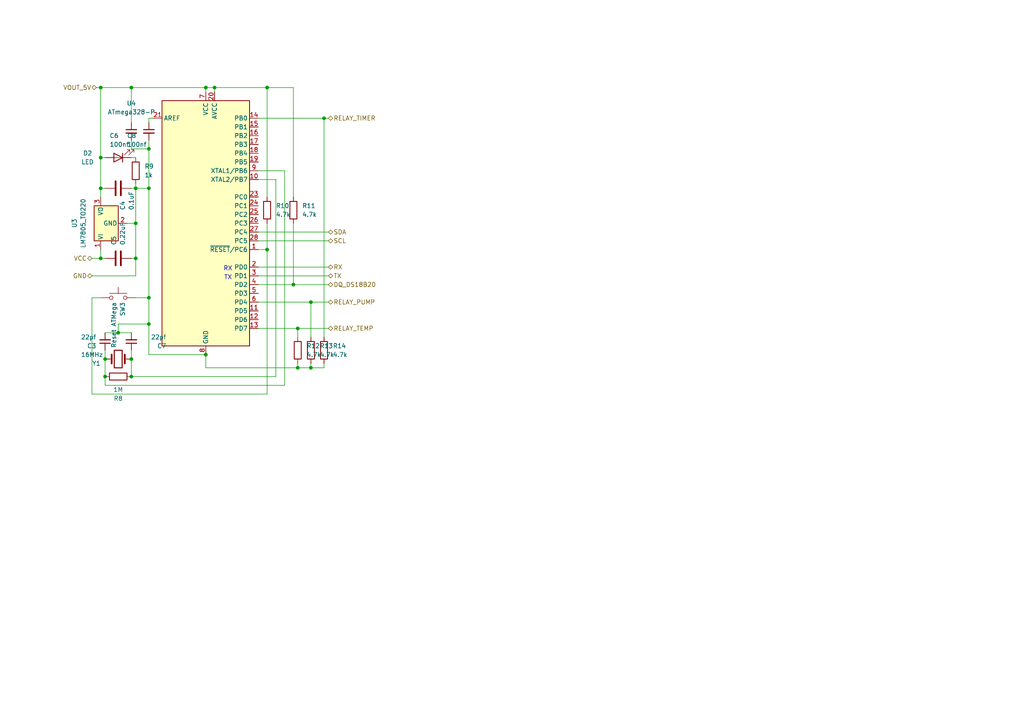
<source format=kicad_sch>
(kicad_sch (version 20211123) (generator eeschema)
  (paper "A4")
  (lib_symbols
    (symbol "Device:C" (pin_numbers hide) (pin_names (offset 0.254))
      (property "Reference" "C" (at 0.635 2.54 0))
      (property "Value" "C" (at 0.635 -2.54 0))
      (symbol "C_0_1"
        (polyline (pts (xy -2.032 -0.762) (xy 2.032 -0.762)) (stroke (width 0.508)))
        (polyline (pts (xy -2.032 0.762) (xy 2.032 0.762)) (stroke (width 0.508)))
      )
      (symbol "C_1_1"
        (pin passive line (at 0 3.81 270) (length 2.794) (name "~") (number "1"))
        (pin passive line (at 0 -3.81 90) (length 2.794) (name "~") (number "2"))
      )
    )
    (symbol "Device:C_Small" (pin_numbers hide) (pin_names (offset 0.254) hide)
      (property "Reference" "C" (at 0.254 1.778 0))
      (property "Value" "C_Small" (at 0.254 -2.032 0))
      (symbol "C_Small_0_1"
        (polyline (pts (xy -1.524 -0.508) (xy 1.524 -0.508)) (stroke (width 0.3302)))
        (polyline (pts (xy -1.524 0.508) (xy 1.524 0.508)) (stroke (width 0.3048)))
      )
      (symbol "C_Small_1_1"
        (pin passive line (at 0 2.54 270) (length 2.032) (name "~") (number "1"))
        (pin passive line (at 0 -2.54 90) (length 2.032) (name "~") (number "2"))
      )
    )
    (symbol "Device:Crystal" (pin_numbers hide) (pin_names (offset 1.016) hide)
      (property "Reference" "Y" (at 0 3.81 0))
      (property "Value" "Crystal" (at 0 -3.81 0))
      (symbol "Crystal_0_1"
        (rectangle (start -1.143 2.54) (end 1.143 -2.54) (stroke (width 0.3048)))
        (polyline (pts (xy -2.54 0) (xy -1.905 0)))
        (polyline (pts (xy -1.905 -1.27) (xy -1.905 1.27)) (stroke (width 0.508)))
        (polyline (pts (xy 1.905 -1.27) (xy 1.905 1.27)) (stroke (width 0.508)))
        (polyline (pts (xy 2.54 0) (xy 1.905 0)))
      )
      (symbol "Crystal_1_1"
        (pin passive line (at -3.81 0 0) (length 1.27) (name "1") (number "1"))
        (pin passive line (at 3.81 0 180) (length 1.27) (name "2") (number "2"))
      )
    )
    (symbol "Device:LED" (pin_numbers hide) (pin_names (offset 1.016) hide)
      (property "Reference" "D" (at 0 2.54 0))
      (property "Value" "LED" (at 0 -2.54 0))
      (symbol "LED_0_1"
        (polyline (pts (xy -1.27 -1.27) (xy -1.27 1.27)) (stroke (width 0.254)))
        (polyline (pts (xy -1.27 0) (xy 1.27 0)))
        (polyline (pts (xy 1.27 -1.27) (xy 1.27 1.27) (xy -1.27 0) (xy 1.27 -1.27)) (stroke (width 0.254)))
        (polyline (pts (xy -3.048 -0.762) (xy -4.572 -2.286) (xy -3.81 -2.286) (xy -4.572 -2.286) (xy -4.572 -1.524)))
        (polyline (pts (xy -1.778 -0.762) (xy -3.302 -2.286) (xy -2.54 -2.286) (xy -3.302 -2.286) (xy -3.302 -1.524)))
      )
      (symbol "LED_1_1"
        (pin passive line (at -3.81 0 0) (length 2.54) (name "K") (number "1"))
        (pin passive line (at 3.81 0 180) (length 2.54) (name "A") (number "2"))
      )
    )
    (symbol "Device:R" (pin_numbers hide) (pin_names (offset 0))
      (property "Reference" "R" (at 2.032 0 90))
      (property "Value" "R" (at 0 0 90))
      (symbol "R_0_1"
        (rectangle (start -1.016 -2.54) (end 1.016 2.54) (stroke (width 0.254)))
      )
      (symbol "R_1_1"
        (pin passive line (at 0 3.81 270) (length 1.27) (name "~") (number "1"))
        (pin passive line (at 0 -3.81 90) (length 1.27) (name "~") (number "2"))
      )
    )
    (symbol "MCU_Microchip_ATmega:ATmega328-P"
      (property "Reference" "U" (at -12.7 36.83 0))
      (property "Value" "ATmega328-P" (at 2.54 -36.83 0))
      (symbol "ATmega328-P_0_1"
        (rectangle (start -12.7 -35.56) (end 12.7 35.56) (stroke (width 0.254)) (fill (type background)))
      )
      (symbol "ATmega328-P_1_1"
        (pin bidirectional line (at 15.24 -7.62 180) (length 2.54) (name "~{RESET}/PC6") (number "1"))
        (pin bidirectional line (at 15.24 12.7 180) (length 2.54) (name "XTAL2/PB7") (number "10"))
        (pin bidirectional line (at 15.24 -25.4 180) (length 2.54) (name "PD5") (number "11"))
        (pin bidirectional line (at 15.24 -27.94 180) (length 2.54) (name "PD6") (number "12"))
        (pin bidirectional line (at 15.24 -30.48 180) (length 2.54) (name "PD7") (number "13"))
        (pin bidirectional line (at 15.24 30.48 180) (length 2.54) (name "PB0") (number "14"))
        (pin bidirectional line (at 15.24 27.94 180) (length 2.54) (name "PB1") (number "15"))
        (pin bidirectional line (at 15.24 25.4 180) (length 2.54) (name "PB2") (number "16"))
        (pin bidirectional line (at 15.24 22.86 180) (length 2.54) (name "PB3") (number "17"))
        (pin bidirectional line (at 15.24 20.32 180) (length 2.54) (name "PB4") (number "18"))
        (pin bidirectional line (at 15.24 17.78 180) (length 2.54) (name "PB5") (number "19"))
        (pin bidirectional line (at 15.24 -12.7 180) (length 2.54) (name "PD0") (number "2"))
        (pin power_in line (at 2.54 38.1 270) (length 2.54) (name "AVCC") (number "20"))
        (pin passive line (at -15.24 30.48 0) (length 2.54) (name "AREF") (number "21"))
        (pin passive line (at 0 -38.1 90) (length 2.54) hide (name "GND") (number "22"))
        (pin bidirectional line (at 15.24 7.62 180) (length 2.54) (name "PC0") (number "23"))
        (pin bidirectional line (at 15.24 5.08 180) (length 2.54) (name "PC1") (number "24"))
        (pin bidirectional line (at 15.24 2.54 180) (length 2.54) (name "PC2") (number "25"))
        (pin bidirectional line (at 15.24 0 180) (length 2.54) (name "PC3") (number "26"))
        (pin bidirectional line (at 15.24 -2.54 180) (length 2.54) (name "PC4") (number "27"))
        (pin bidirectional line (at 15.24 -5.08 180) (length 2.54) (name "PC5") (number "28"))
        (pin bidirectional line (at 15.24 -15.24 180) (length 2.54) (name "PD1") (number "3"))
        (pin bidirectional line (at 15.24 -17.78 180) (length 2.54) (name "PD2") (number "4"))
        (pin bidirectional line (at 15.24 -20.32 180) (length 2.54) (name "PD3") (number "5"))
        (pin bidirectional line (at 15.24 -22.86 180) (length 2.54) (name "PD4") (number "6"))
        (pin power_in line (at 0 38.1 270) (length 2.54) (name "VCC") (number "7"))
        (pin power_in line (at 0 -38.1 90) (length 2.54) (name "GND") (number "8"))
        (pin bidirectional line (at 15.24 15.24 180) (length 2.54) (name "XTAL1/PB6") (number "9"))
      )
    )
    (symbol "Regulator_Linear:LM7805_TO220" (pin_names (offset 0.254))
      (property "Reference" "U" (at -3.81 3.175 0))
      (property "Value" "LM7805_TO220" (at 0 3.175 0))
      (symbol "LM7805_TO220_0_1"
        (rectangle (start -5.08 1.905) (end 5.08 -5.08) (stroke (width 0.254)) (fill (type background)))
      )
      (symbol "LM7805_TO220_1_1"
        (pin power_in line (at -7.62 0 0) (length 2.54) (name "VI") (number "1"))
        (pin power_in line (at 0 -7.62 90) (length 2.54) (name "GND") (number "2"))
        (pin power_out line (at 7.62 0 180) (length 2.54) (name "VO") (number "3"))
      )
    )
    (symbol "Switch:SW_Push" (pin_numbers hide) (pin_names (offset 1.016) hide)
      (property "Reference" "SW" (at 1.27 2.54 0))
      (property "Value" "SW_Push" (at 0 -1.524 0))
      (symbol "SW_Push_0_1"
        (circle (center -2.032 0) (radius 0.508))
        (polyline (pts (xy 0 1.27) (xy 0 3.048)))
        (polyline (pts (xy 2.54 1.27) (xy -2.54 1.27)))
        (circle (center 2.032 0) (radius 0.508))
        (pin passive line (at -5.08 0 0) (length 2.54) (name "1") (number "1"))
        (pin passive line (at 5.08 0 180) (length 2.54) (name "2") (number "2"))
      )
    )
  )
  (junction (at 29.21 25.4))
  (junction (at 86.36 95.25))
  (junction (at 34.29 96.52))
  (junction (at 59.69 102.87))
  (junction (at 43.18 54.61))
  (junction (at 29.21 74.93))
  (junction (at 39.37 54.61))
  (junction (at 38.1 109.22))
  (junction (at 77.47 72.39))
  (junction (at 90.17 87.63))
  (junction (at 30.48 109.22))
  (junction (at 93.98 34.29))
  (junction (at 85.09 82.55))
  (junction (at 62.23 25.4))
  (junction (at 30.48 104.14))
  (junction (at 38.1 25.4))
  (junction (at 39.37 64.77))
  (junction (at 86.36 106.68))
  (junction (at 59.69 25.4))
  (junction (at 29.21 45.72))
  (junction (at 38.1 104.14))
  (junction (at 43.18 86.36))
  (junction (at 43.18 43.18))
  (junction (at 43.18 93.98))
  (junction (at 39.37 74.93))
  (junction (at 77.47 25.4))
  (junction (at 29.21 54.61))
  (junction (at 90.17 106.68))
  (wire (pts (xy 85.09 57.15) (xy 85.09 25.4)))
  (wire (pts (xy 85.09 82.55) (xy 95.25 82.55)))
  (wire (pts (xy 39.37 64.77) (xy 39.37 54.61)))
  (wire (pts (xy 86.36 105.41) (xy 86.36 106.68)))
  (wire (pts (xy 30.48 104.14) (xy 30.48 101.6)))
  (wire (pts (xy 86.36 95.25) (xy 95.25 95.25)))
  (wire (pts (xy 93.98 106.68) (xy 93.98 105.41)))
  (wire (pts (xy 43.18 40.64) (xy 43.18 43.18)))
  (wire (pts (xy 29.21 54.61) (xy 29.21 57.15)))
  (wire (pts (xy 43.18 54.61) (xy 43.18 86.36)))
  (wire (pts (xy 34.29 93.98) (xy 43.18 93.98)))
  (wire (pts (xy 43.18 102.87) (xy 59.69 102.87)))
  (wire (pts (xy 82.55 49.53) (xy 82.55 111.76)))
  (wire (pts (xy 74.93 69.85) (xy 95.25 69.85)))
  (wire (pts (xy 62.23 25.4) (xy 77.47 25.4)))
  (wire (pts (xy 27.94 25.4) (xy 29.21 25.4)))
  (wire (pts (xy 85.09 25.4) (xy 77.47 25.4)))
  (wire (pts (xy 38.1 40.64) (xy 38.1 43.18)))
  (wire (pts (xy 43.18 43.18) (xy 43.18 54.61)))
  (wire (pts (xy 74.93 95.25) (xy 86.36 95.25)))
  (wire (pts (xy 77.47 72.39) (xy 77.47 64.77)))
  (wire (pts (xy 39.37 53.34) (xy 39.37 54.61)))
  (wire (pts (xy 38.1 109.22) (xy 38.1 104.14)))
  (wire (pts (xy 38.1 109.22) (xy 80.01 109.22)))
  (wire (pts (xy 74.93 87.63) (xy 90.17 87.63)))
  (wire (pts (xy 43.18 34.29) (xy 44.45 34.29)))
  (wire (pts (xy 39.37 74.93) (xy 39.37 64.77)))
  (wire (pts (xy 90.17 106.68) (xy 93.98 106.68)))
  (wire (pts (xy 38.1 96.52) (xy 34.29 96.52)))
  (wire (pts (xy 93.98 34.29) (xy 93.98 97.79)))
  (wire (pts (xy 39.37 86.36) (xy 43.18 86.36)))
  (wire (pts (xy 86.36 95.25) (xy 86.36 97.79)))
  (wire (pts (xy 43.18 93.98) (xy 43.18 102.87)))
  (wire (pts (xy 38.1 45.72) (xy 39.37 45.72)))
  (wire (pts (xy 90.17 105.41) (xy 90.17 106.68)))
  (wire (pts (xy 59.69 25.4) (xy 38.1 25.4)))
  (wire (pts (xy 74.93 82.55) (xy 85.09 82.55)))
  (wire (pts (xy 29.21 45.72) (xy 29.21 54.61)))
  (wire (pts (xy 82.55 111.76) (xy 30.48 111.76)))
  (wire (pts (xy 38.1 25.4) (xy 29.21 25.4)))
  (wire (pts (xy 77.47 72.39) (xy 77.47 114.3)))
  (wire (pts (xy 39.37 80.01) (xy 26.67 80.01)))
  (wire (pts (xy 39.37 74.93) (xy 39.37 80.01)))
  (wire (pts (xy 26.67 114.3) (xy 26.67 86.36)))
  (wire (pts (xy 86.36 106.68) (xy 90.17 106.68)))
  (wire (pts (xy 85.09 64.77) (xy 85.09 82.55)))
  (wire (pts (xy 39.37 54.61) (xy 43.18 54.61)))
  (wire (pts (xy 74.93 72.39) (xy 77.47 72.39)))
  (wire (pts (xy 74.93 80.01) (xy 95.25 80.01)))
  (wire (pts (xy 62.23 26.67) (xy 62.23 25.4)))
  (wire (pts (xy 38.1 25.4) (xy 38.1 35.56)))
  (wire (pts (xy 74.93 34.29) (xy 93.98 34.29)))
  (wire (pts (xy 86.36 106.68) (xy 59.69 106.68)))
  (wire (pts (xy 29.21 25.4) (xy 29.21 45.72)))
  (wire (pts (xy 74.93 49.53) (xy 82.55 49.53)))
  (wire (pts (xy 30.48 54.61) (xy 29.21 54.61)))
  (wire (pts (xy 90.17 87.63) (xy 90.17 97.79)))
  (wire (pts (xy 77.47 114.3) (xy 26.67 114.3)))
  (wire (pts (xy 38.1 74.93) (xy 39.37 74.93)))
  (wire (pts (xy 74.93 67.31) (xy 95.25 67.31)))
  (wire (pts (xy 93.98 34.29) (xy 95.25 34.29)))
  (wire (pts (xy 26.67 74.93) (xy 29.21 74.93)))
  (wire (pts (xy 38.1 104.14) (xy 38.1 101.6)))
  (wire (pts (xy 30.48 109.22) (xy 30.48 104.14)))
  (wire (pts (xy 29.21 74.93) (xy 29.21 72.39)))
  (wire (pts (xy 43.18 86.36) (xy 43.18 93.98)))
  (wire (pts (xy 59.69 25.4) (xy 62.23 25.4)))
  (wire (pts (xy 90.17 87.63) (xy 95.25 87.63)))
  (wire (pts (xy 34.29 96.52) (xy 34.29 93.98)))
  (wire (pts (xy 30.48 111.76) (xy 30.48 109.22)))
  (wire (pts (xy 39.37 54.61) (xy 38.1 54.61)))
  (wire (pts (xy 29.21 45.72) (xy 30.48 45.72)))
  (wire (pts (xy 30.48 74.93) (xy 29.21 74.93)))
  (wire (pts (xy 38.1 43.18) (xy 43.18 43.18)))
  (wire (pts (xy 36.83 64.77) (xy 39.37 64.77)))
  (wire (pts (xy 59.69 26.67) (xy 59.69 25.4)))
  (wire (pts (xy 34.29 96.52) (xy 30.48 96.52)))
  (wire (pts (xy 43.18 35.56) (xy 43.18 34.29)))
  (wire (pts (xy 80.01 52.07) (xy 80.01 109.22)))
  (wire (pts (xy 74.93 77.47) (xy 95.25 77.47)))
  (wire (pts (xy 59.69 106.68) (xy 59.69 102.87)))
  (wire (pts (xy 77.47 57.15) (xy 77.47 25.4)))
  (wire (pts (xy 26.67 86.36) (xy 29.21 86.36)))
  (wire (pts (xy 80.01 52.07) (xy 74.93 52.07)))
  (text "TX" (at 64.9606 81.3143 0) (effects (font (size 1.27 1.27)) (justify left bottom)))
  (text "RX" (at 64.77 78.74 0) (effects (font (size 1.27 1.27)) (justify left bottom)))
  (hierarchical_label "VOUT_5V" (shape bidirectional) (at 27.94 25.4 180))
  (hierarchical_label "RELAY_PUMP" (shape bidirectional) (at 95.25 87.63 0))
  (hierarchical_label "GND" (shape bidirectional) (at 26.67 80.01 180))
  (hierarchical_label "VCC" (shape bidirectional) (at 26.67 74.93 180))
  (hierarchical_label "RELAY_TEMP" (shape bidirectional) (at 95.25 95.25 0))
  (hierarchical_label "TX" (shape bidirectional) (at 95.25 80.01 0))
  (hierarchical_label "SDA" (shape bidirectional) (at 95.25 67.31 0))
  (hierarchical_label "RELAY_TIMER" (shape bidirectional) (at 95.25 34.29 0))
  (hierarchical_label "DQ_DS18B20" (shape bidirectional) (at 95.25 82.55 0))
  (hierarchical_label "SCL" (shape bidirectional) (at 95.25 69.85 0))
  (hierarchical_label "RX" (shape bidirectional) (at 95.25 77.47 0))
  (symbol (lib_id "Device:R") (at 90.17 101.6 0) (unit 1)
    (property "Reference" "R13" (at 92.71 100.3299 0) (effects (justify left)))
    (property "Value" "4.7k" (at 92.71 102.8699 0) (effects (justify left)))
    (property "Footprint" "Resistor_THT:R_Axial_DIN0207_L6.3mm_D2.5mm_P7.62mm_Horizontal" (effects hide))
  )
  (symbol (lib_id "Device:R") (at 85.09 60.96 0) (unit 1)
    (property "Reference" "R11" (at 87.63 59.6899 0) (effects (justify left)))
    (property "Value" "4.7k" (at 87.63 62.2299 0) (effects (justify left)))
    (property "Footprint" "Resistor_THT:R_Axial_DIN0207_L6.3mm_D2.5mm_P7.62mm_Horizontal" (effects hide))
  )
  (symbol (lib_id "Device:R") (at 77.47 60.96 180) (unit 1)
    (property "Reference" "R10" (at 80.01 59.6899 0) (effects (justify right)))
    (property "Value" "4.7k" (at 80.01 62.2299 0) (effects (justify right)))
    (property "Footprint" "Resistor_THT:R_Axial_DIN0207_L6.3mm_D2.5mm_P7.62mm_Horizontal" (effects hide))
  )
  (symbol (lib_id "Device:R") (at 86.36 101.6 0) (unit 1)
    (property "Reference" "R12" (at 88.9 100.3299 0) (effects (justify left)))
    (property "Value" "4.7k" (at 88.9 102.8699 0) (effects (justify left)))
    (property "Footprint" "Resistor_THT:R_Axial_DIN0207_L6.3mm_D2.5mm_P7.62mm_Horizontal" (effects hide))
  )
  (symbol (lib_id "Switch:SW_Push") (at 34.29 86.36 0) (mirror y) (unit 1)
    (property "Reference" "SW3" (at 35.5601 87.63 90) (effects (justify right)))
    (property "Value" "Reset ATMega" (at 33.0201 87.63 90) (effects (justify right)))
    (property "Footprint" "Button_Switch_THT:SW_PUSH_6mm" (effects hide))
  )
  (symbol (lib_id "Device:C_Small") (at 43.18 38.1 0) (unit 1)
    (property "Reference" "C8" (at 36.83 39.37 0) (effects (justify left)))
    (property "Value" "100nf" (at 36.83 41.91 0) (effects (justify left)))
    (property "Footprint" "Capacitor_THT:C_Disc_D4.7mm_W2.5mm_P5.00mm" (effects hide))
  )
  (symbol (lib_id "Device:LED") (at 34.29 45.72 180) (unit 1)
    (property "Reference" "D2" (at 25.4 44.45 0))
    (property "Value" "LED" (at 25.4 46.99 0))
    (property "Footprint" "LED_THT:LED_D5.0mm" (effects hide))
  )
  (symbol (lib_id "Device:C_Small") (at 38.1 99.06 180) (unit 1)
    (property "Reference" "C7" (at 48.26 100.33 0) (effects (justify left)))
    (property "Value" "22pf" (at 48.26 97.79 0) (effects (justify left)))
    (property "Footprint" "Capacitor_THT:C_Disc_D4.7mm_W2.5mm_P5.00mm" (effects hide))
  )
  (symbol (lib_id "Device:C_Small") (at 38.1 38.1 0) (unit 1)
    (property "Reference" "C6" (at 31.75 39.37 0) (effects (justify left)))
    (property "Value" "100nf" (at 31.75 41.91 0) (effects (justify left)))
    (property "Footprint" "Capacitor_THT:C_Disc_D4.7mm_W2.5mm_P5.00mm" (effects hide))
  )
  (symbol (lib_id "Device:R") (at 93.98 101.6 0) (unit 1)
    (property "Reference" "R14" (at 96.52 100.3299 0) (effects (justify left)))
    (property "Value" "4.7k" (at 96.52 102.8699 0) (effects (justify left)))
    (property "Footprint" "Resistor_THT:R_Axial_DIN0207_L6.3mm_D2.5mm_P7.62mm_Horizontal" (effects hide))
  )
  (symbol (lib_id "Device:R") (at 34.29 109.22 90) (unit 1)
    (property "Reference" "R8" (at 34.29 115.57 90))
    (property "Value" "1M" (at 34.29 113.03 90))
    (property "Footprint" "Resistor_THT:R_Axial_DIN0207_L6.3mm_D2.5mm_P7.62mm_Horizontal" (effects hide))
  )
  (symbol (lib_id "MCU_Microchip_ATmega:ATmega328-P") (at 59.69 64.77 0) (unit 1)
    (property "Reference" "U4" (at 38.1 29.9593 0))
    (property "Value" "ATmega328-P" (at 38.1 32.4993 0))
    (property "Footprint" "Package_DIP:DIP-28_W7.62mm" (effects hide))
    (property "Datasheet" "http://ww1.microchip.com/downloads/en/DeviceDoc/ATmega328_P%20AVR%20MCU%20with%20picoPower%20Technology%20Data%20Sheet%2040001984A.pdf" (effects hide))
  )
  (symbol (lib_id "Device:C") (at 34.29 74.93 90) (unit 1)
    (property "Reference" "C5" (at 33.0199 71.12 0) (effects (justify left)))
    (property "Value" "0.22uF" (at 35.5599 71.12 0) (effects (justify left)))
    (property "Footprint" "Capacitor_THT:C_Disc_D4.7mm_W2.5mm_P5.00mm" (effects hide))
  )
  (symbol (lib_id "Device:Crystal") (at 34.29 104.14 180) (unit 1)
    (property "Reference" "Y1" (at 27.94 105.41 0))
    (property "Value" "16MHz" (at 26.67 102.87 0))
    (property "Footprint" "Crystal:Crystal_HC49-U_Vertical" (effects hide))
  )
  (symbol (lib_id "Regulator_Linear:LM7805_TO220") (at 29.21 64.77 90) (unit 1)
    (property "Reference" "U3" (at 21.59 64.77 0))
    (property "Value" "LM7805_TO220" (at 24.13 64.77 0))
    (property "Footprint" "Package_TO_SOT_THT:TO-220-3_Horizontal_TabDown" (effects hide))
    (property "Datasheet" "https://www.onsemi.cn/PowerSolutions/document/MC7800-D.PDF" (effects hide))
  )
  (symbol (lib_id "Device:C") (at 34.29 54.61 90) (unit 1)
    (property "Reference" "C4" (at 35.56 60.96 0) (effects (justify left)))
    (property "Value" "0.1uF" (at 38.1 60.96 0) (effects (justify left)))
    (property "Footprint" "Capacitor_THT:C_Disc_D4.7mm_W2.5mm_P5.00mm" (effects hide))
  )
  (symbol (lib_id "Device:C_Small") (at 30.48 99.06 180) (unit 1)
    (property "Reference" "C3" (at 27.94 100.3238 0) (effects (justify left)))
    (property "Value" "22pf" (at 27.94 97.7838 0) (effects (justify left)))
    (property "Footprint" "Capacitor_THT:C_Disc_D4.7mm_W2.5mm_P5.00mm" (effects hide))
  )
  (symbol (lib_id "Device:R") (at 39.37 49.53 180) (unit 1)
    (property "Reference" "R9" (at 41.91 48.2599 0) (effects (justify right)))
    (property "Value" "1k" (at 41.91 50.7999 0) (effects (justify right)))
    (property "Footprint" "Resistor_THT:R_Axial_DIN0207_L6.3mm_D2.5mm_P7.62mm_Horizontal" (effects hide))
  )
)
</source>
